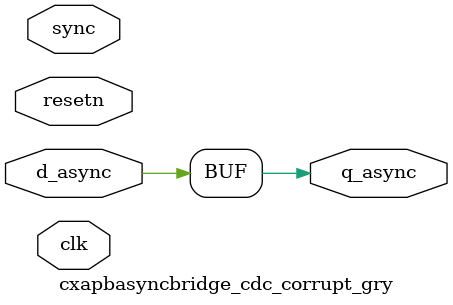
<source format=v>
module cxapbasyncbridge_cdc_corrupt_gry(	// file.cleaned.mlir:2:3
  input  clk,	// file.cleaned.mlir:2:50
         resetn,	// file.cleaned.mlir:2:64
         sync,	// file.cleaned.mlir:2:81
         d_async,	// file.cleaned.mlir:2:96
  output q_async	// file.cleaned.mlir:2:115
);

  assign q_async = d_async;	// file.cleaned.mlir:3:5
endmodule


</source>
